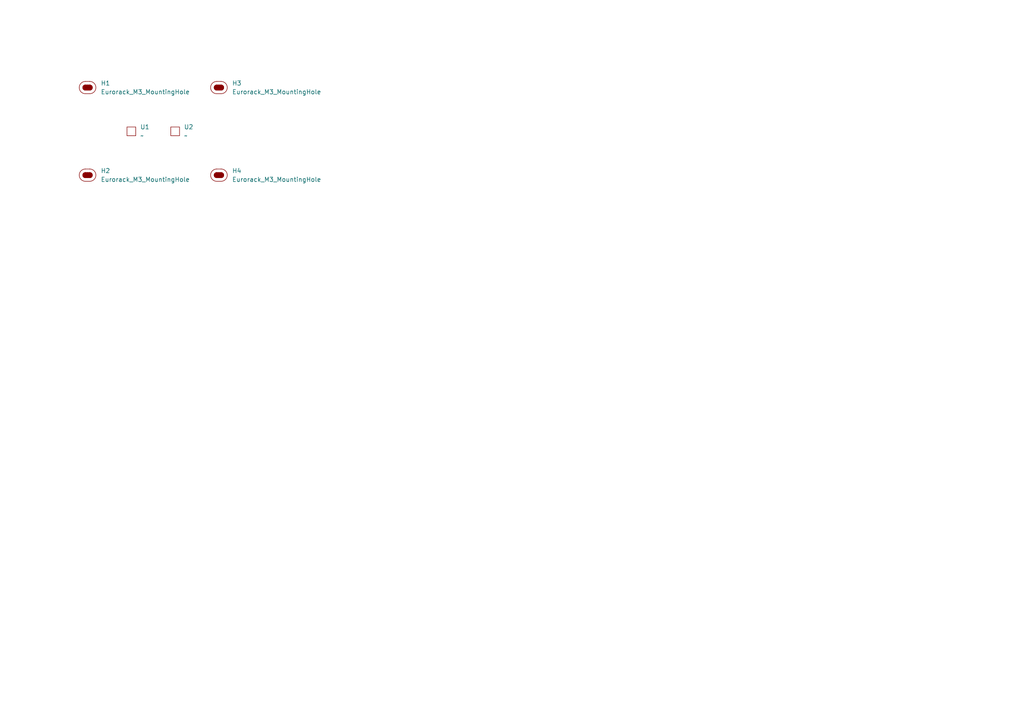
<source format=kicad_sch>
(kicad_sch (version 20250114) (generator "eeschema") (generator_version "9.0")
  (paper "A4")
  (lib_symbols
    (symbol "EXC:Eurorack_M3_MountingHole" (pin_names (offset 1.016))
      (property "Reference" "H" (at 0 5.08 0))
      (property "Value" "Eurorack_M3_MountingHole" (at 0 3.175 0))
      (symbol "Eurorack_M3_MountingHole_0_1"
        (polyline (pts (xy -0.635 0.762) (xy 0.635 0.762)))
        (circle (center -0.635 0) (radius 0.762) (fill (type outline)))
        (arc (start -0.635 -0.762) (mid -1.397 0) (end -0.635 0.762))
        (arc (start -0.635 -1.778) (mid -2.413 0) (end -0.635 1.778))
        (polyline (pts (xy -0.635 -0.762) (xy 0.635 -0.762)))
        (polyline (pts (xy -0.635 -1.778) (xy 0.635 -1.778)))
        (circle (center 0 0) (radius 0.762) (fill (type outline)))
        (polyline (pts (xy 0.635 1.778) (xy -0.635 1.778)))
        (arc (start 0.6141 1.778) (mid 2.4131 0) (end 0.6141 -1.778))
        (arc (start 0.6227 0.762) (mid 1.3971 0) (end 0.6227 -0.762))
        (circle (center 0.635 0) (radius 0.762) (fill (type outline)))
      )
    )
    (symbol "EXC:SW_CherrySwitch_Clearance_Inner"
      (property "Reference" "U" (at 0 0 0))
      (symbol "SW_CherrySwitch_Clearance_Inner_0_1"
        (rectangle (start -1.27 1.27) (end 1.27 -1.27))
      )
    )
  )
  (symbol (lib_id "EXC:Eurorack_M3_MountingHole") (at 63.5 25.4 0) (unit 1)
    (property "Reference" "H3" (at 67.31 24.1299 0) (effects (justify left)))
    (property "Value" "Eurorack_M3_MountingHole" (at 67.31 26.6699 0) (effects (justify left)))
    (property "Footprint" "EXC:MountingHole_3.2mm_M3" (effects (hide yes)))
    (property "Description" "Mounting Hole without connection" (effects (hide yes)))
  )
  (symbol (lib_id "EXC:SW_CherrySwitch_Clearance_Inner") (at 50.8 38.1 0) (unit 1)
    (property "Reference" "U2" (at 53.34 36.8299 0) (effects (justify left)))
    (property "Value" "~" (at 53.34 39.3699 0) (effects (justify left)))
    (property "Footprint" "EXC:SW_Cherry_MX_1.00u_Clearance" (effects (hide yes)))
  )
  (symbol (lib_id "EXC:Eurorack_M3_MountingHole") (at 25.4 25.4 0) (unit 1)
    (property "Reference" "H1" (at 29.21 24.1299 0) (effects (justify left)))
    (property "Value" "Eurorack_M3_MountingHole" (at 29.21 26.6699 0) (effects (justify left)))
    (property "Footprint" "EXC:MountingHole_3.2mm_M3" (effects (hide yes)))
    (property "Description" "Mounting Hole without connection" (effects (hide yes)))
  )
  (symbol (lib_id "EXC:Eurorack_M3_MountingHole") (at 63.5 50.8 0) (unit 1)
    (property "Reference" "H4" (at 67.31 49.5299 0) (effects (justify left)))
    (property "Value" "Eurorack_M3_MountingHole" (at 67.31 52.0699 0) (effects (justify left)))
    (property "Footprint" "EXC:MountingHole_3.2mm_M3" (effects (hide yes)))
    (property "Description" "Mounting Hole without connection" (effects (hide yes)))
  )
  (symbol (lib_id "EXC:Eurorack_M3_MountingHole") (at 25.4 50.8 0) (unit 1)
    (property "Reference" "H2" (at 29.21 49.5299 0) (effects (justify left)))
    (property "Value" "Eurorack_M3_MountingHole" (at 29.21 52.0699 0) (effects (justify left)))
    (property "Footprint" "EXC:MountingHole_3.2mm_M3" (effects (hide yes)))
    (property "Description" "Mounting Hole without connection" (effects (hide yes)))
  )
  (symbol (lib_id "EXC:SW_CherrySwitch_Clearance_Inner") (at 38.1 38.1 0) (unit 1)
    (property "Reference" "U1" (at 40.64 36.8299 0) (effects (justify left)))
    (property "Value" "~" (at 40.64 39.3699 0) (effects (justify left)))
    (property "Footprint" "EXC:SW_Cherry_MX_1.00u_Clearance" (effects (hide yes)))
  )
)
</source>
